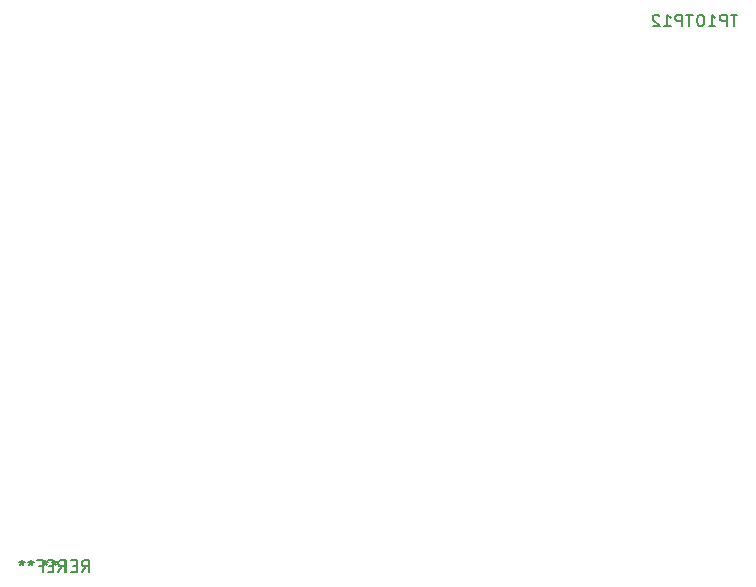
<source format=gbr>
G04 #@! TF.GenerationSoftware,KiCad,Pcbnew,7.0.6*
G04 #@! TF.CreationDate,2024-04-05T10:31:41-07:00*
G04 #@! TF.ProjectId,procon_gcc_main_pcb,70726f63-6f6e-45f6-9763-635f6d61696e,1*
G04 #@! TF.SameCoordinates,Original*
G04 #@! TF.FileFunction,AssemblyDrawing,Bot*
%FSLAX46Y46*%
G04 Gerber Fmt 4.6, Leading zero omitted, Abs format (unit mm)*
G04 Created by KiCad (PCBNEW 7.0.6) date 2024-04-05 10:31:41*
%MOMM*%
%LPD*%
G01*
G04 APERTURE LIST*
%ADD10C,0.150000*%
G04 APERTURE END LIST*
D10*
X138313894Y-91099019D02*
X137742466Y-91099019D01*
X138028180Y-92099019D02*
X138028180Y-91099019D01*
X137409132Y-92099019D02*
X137409132Y-91099019D01*
X137409132Y-91099019D02*
X137028180Y-91099019D01*
X137028180Y-91099019D02*
X136932942Y-91146638D01*
X136932942Y-91146638D02*
X136885323Y-91194257D01*
X136885323Y-91194257D02*
X136837704Y-91289495D01*
X136837704Y-91289495D02*
X136837704Y-91432352D01*
X136837704Y-91432352D02*
X136885323Y-91527590D01*
X136885323Y-91527590D02*
X136932942Y-91575209D01*
X136932942Y-91575209D02*
X137028180Y-91622828D01*
X137028180Y-91622828D02*
X137409132Y-91622828D01*
X135885323Y-92099019D02*
X136456751Y-92099019D01*
X136171037Y-92099019D02*
X136171037Y-91099019D01*
X136171037Y-91099019D02*
X136266275Y-91241876D01*
X136266275Y-91241876D02*
X136361513Y-91337114D01*
X136361513Y-91337114D02*
X136456751Y-91384733D01*
X135504370Y-91194257D02*
X135456751Y-91146638D01*
X135456751Y-91146638D02*
X135361513Y-91099019D01*
X135361513Y-91099019D02*
X135123418Y-91099019D01*
X135123418Y-91099019D02*
X135028180Y-91146638D01*
X135028180Y-91146638D02*
X134980561Y-91194257D01*
X134980561Y-91194257D02*
X134932942Y-91289495D01*
X134932942Y-91289495D02*
X134932942Y-91384733D01*
X134932942Y-91384733D02*
X134980561Y-91527590D01*
X134980561Y-91527590D02*
X135551989Y-92099019D01*
X135551989Y-92099019D02*
X134932942Y-92099019D01*
X142098494Y-91099019D02*
X141527066Y-91099019D01*
X141812780Y-92099019D02*
X141812780Y-91099019D01*
X141193732Y-92099019D02*
X141193732Y-91099019D01*
X141193732Y-91099019D02*
X140812780Y-91099019D01*
X140812780Y-91099019D02*
X140717542Y-91146638D01*
X140717542Y-91146638D02*
X140669923Y-91194257D01*
X140669923Y-91194257D02*
X140622304Y-91289495D01*
X140622304Y-91289495D02*
X140622304Y-91432352D01*
X140622304Y-91432352D02*
X140669923Y-91527590D01*
X140669923Y-91527590D02*
X140717542Y-91575209D01*
X140717542Y-91575209D02*
X140812780Y-91622828D01*
X140812780Y-91622828D02*
X141193732Y-91622828D01*
X139669923Y-92099019D02*
X140241351Y-92099019D01*
X139955637Y-92099019D02*
X139955637Y-91099019D01*
X139955637Y-91099019D02*
X140050875Y-91241876D01*
X140050875Y-91241876D02*
X140146113Y-91337114D01*
X140146113Y-91337114D02*
X140241351Y-91384733D01*
X139050875Y-91099019D02*
X138955637Y-91099019D01*
X138955637Y-91099019D02*
X138860399Y-91146638D01*
X138860399Y-91146638D02*
X138812780Y-91194257D01*
X138812780Y-91194257D02*
X138765161Y-91289495D01*
X138765161Y-91289495D02*
X138717542Y-91479971D01*
X138717542Y-91479971D02*
X138717542Y-91718066D01*
X138717542Y-91718066D02*
X138765161Y-91908542D01*
X138765161Y-91908542D02*
X138812780Y-92003780D01*
X138812780Y-92003780D02*
X138860399Y-92051400D01*
X138860399Y-92051400D02*
X138955637Y-92099019D01*
X138955637Y-92099019D02*
X139050875Y-92099019D01*
X139050875Y-92099019D02*
X139146113Y-92051400D01*
X139146113Y-92051400D02*
X139193732Y-92003780D01*
X139193732Y-92003780D02*
X139241351Y-91908542D01*
X139241351Y-91908542D02*
X139288970Y-91718066D01*
X139288970Y-91718066D02*
X139288970Y-91479971D01*
X139288970Y-91479971D02*
X139241351Y-91289495D01*
X139241351Y-91289495D02*
X139193732Y-91194257D01*
X139193732Y-91194257D02*
X139146113Y-91146638D01*
X139146113Y-91146638D02*
X139050875Y-91099019D01*
X86608333Y-138304819D02*
X86941666Y-137828628D01*
X87179761Y-138304819D02*
X87179761Y-137304819D01*
X87179761Y-137304819D02*
X86798809Y-137304819D01*
X86798809Y-137304819D02*
X86703571Y-137352438D01*
X86703571Y-137352438D02*
X86655952Y-137400057D01*
X86655952Y-137400057D02*
X86608333Y-137495295D01*
X86608333Y-137495295D02*
X86608333Y-137638152D01*
X86608333Y-137638152D02*
X86655952Y-137733390D01*
X86655952Y-137733390D02*
X86703571Y-137781009D01*
X86703571Y-137781009D02*
X86798809Y-137828628D01*
X86798809Y-137828628D02*
X87179761Y-137828628D01*
X86179761Y-137781009D02*
X85846428Y-137781009D01*
X85703571Y-138304819D02*
X86179761Y-138304819D01*
X86179761Y-138304819D02*
X86179761Y-137304819D01*
X86179761Y-137304819D02*
X85703571Y-137304819D01*
X84941666Y-137781009D02*
X85274999Y-137781009D01*
X85274999Y-138304819D02*
X85274999Y-137304819D01*
X85274999Y-137304819D02*
X84798809Y-137304819D01*
X84274999Y-137304819D02*
X84274999Y-137542914D01*
X84513094Y-137447676D02*
X84274999Y-137542914D01*
X84274999Y-137542914D02*
X84036904Y-137447676D01*
X84417856Y-137733390D02*
X84274999Y-137542914D01*
X84274999Y-137542914D02*
X84132142Y-137733390D01*
X83513094Y-137304819D02*
X83513094Y-137542914D01*
X83751189Y-137447676D02*
X83513094Y-137542914D01*
X83513094Y-137542914D02*
X83274999Y-137447676D01*
X83655951Y-137733390D02*
X83513094Y-137542914D01*
X83513094Y-137542914D02*
X83370237Y-137733390D01*
X84608333Y-138279819D02*
X84941666Y-137803628D01*
X85179761Y-138279819D02*
X85179761Y-137279819D01*
X85179761Y-137279819D02*
X84798809Y-137279819D01*
X84798809Y-137279819D02*
X84703571Y-137327438D01*
X84703571Y-137327438D02*
X84655952Y-137375057D01*
X84655952Y-137375057D02*
X84608333Y-137470295D01*
X84608333Y-137470295D02*
X84608333Y-137613152D01*
X84608333Y-137613152D02*
X84655952Y-137708390D01*
X84655952Y-137708390D02*
X84703571Y-137756009D01*
X84703571Y-137756009D02*
X84798809Y-137803628D01*
X84798809Y-137803628D02*
X85179761Y-137803628D01*
X84179761Y-137756009D02*
X83846428Y-137756009D01*
X83703571Y-138279819D02*
X84179761Y-138279819D01*
X84179761Y-138279819D02*
X84179761Y-137279819D01*
X84179761Y-137279819D02*
X83703571Y-137279819D01*
X82941666Y-137756009D02*
X83274999Y-137756009D01*
X83274999Y-138279819D02*
X83274999Y-137279819D01*
X83274999Y-137279819D02*
X82798809Y-137279819D01*
X82274999Y-137279819D02*
X82274999Y-137517914D01*
X82513094Y-137422676D02*
X82274999Y-137517914D01*
X82274999Y-137517914D02*
X82036904Y-137422676D01*
X82417856Y-137708390D02*
X82274999Y-137517914D01*
X82274999Y-137517914D02*
X82132142Y-137708390D01*
X81513094Y-137279819D02*
X81513094Y-137517914D01*
X81751189Y-137422676D02*
X81513094Y-137517914D01*
X81513094Y-137517914D02*
X81274999Y-137422676D01*
X81655951Y-137708390D02*
X81513094Y-137517914D01*
X81513094Y-137517914D02*
X81370237Y-137708390D01*
M02*

</source>
